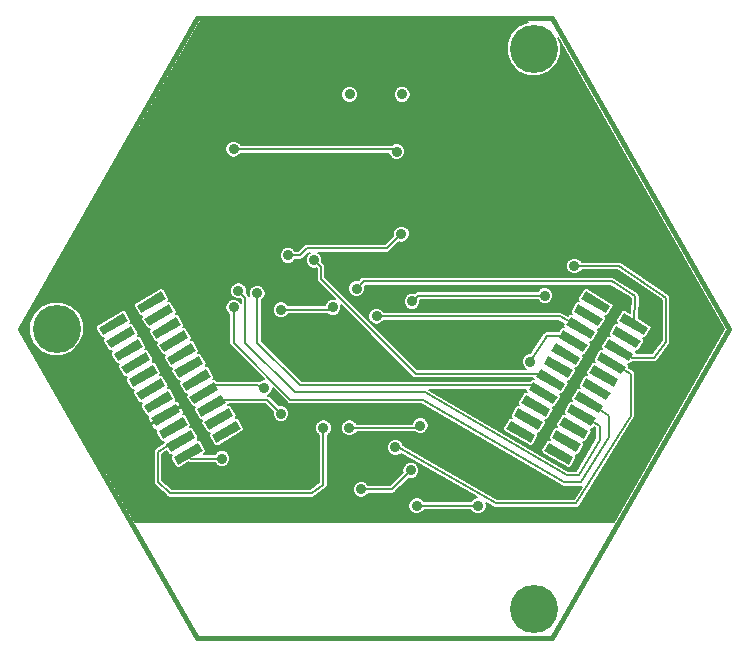
<source format=gbl>
G04 (created by PCBNEW-RS274X (2010-03-14)-final) date Fri 27 Jul 2012 11:32:34 MSK*
G01*
G70*
G90*
%MOIN*%
G04 Gerber Fmt 3.4, Leading zero omitted, Abs format*
%FSLAX34Y34*%
G04 APERTURE LIST*
%ADD10C,0.001000*%
%ADD11C,0.015000*%
%ADD12C,0.160000*%
%ADD13C,0.035400*%
%ADD14C,0.035000*%
%ADD15C,0.008000*%
%ADD16C,0.005000*%
G04 APERTURE END LIST*
G54D10*
G54D11*
X45400Y-39699D02*
X51305Y-29331D01*
X51305Y-50000D02*
X45400Y-39699D01*
X63116Y-50000D02*
X51305Y-50000D01*
X69022Y-39699D02*
X63116Y-50000D01*
X63116Y-29331D02*
X69022Y-39699D01*
X51305Y-29331D02*
X63116Y-29331D01*
G54D12*
X62520Y-30354D03*
X46614Y-39685D03*
X62520Y-49016D03*
G54D10*
G36*
X48026Y-39647D02*
X48843Y-39175D01*
X48992Y-39433D01*
X48175Y-39905D01*
X48026Y-39647D01*
X48026Y-39647D01*
G37*
G36*
X49296Y-38914D02*
X50113Y-38442D01*
X50262Y-38700D01*
X49445Y-39172D01*
X49296Y-38914D01*
X49296Y-38914D01*
G37*
G36*
X48276Y-40080D02*
X49093Y-39608D01*
X49242Y-39866D01*
X48425Y-40338D01*
X48276Y-40080D01*
X48276Y-40080D01*
G37*
G36*
X49546Y-39347D02*
X50363Y-38875D01*
X50512Y-39133D01*
X49695Y-39605D01*
X49546Y-39347D01*
X49546Y-39347D01*
G37*
G36*
X48526Y-40513D02*
X49343Y-40041D01*
X49492Y-40299D01*
X48675Y-40771D01*
X48526Y-40513D01*
X48526Y-40513D01*
G37*
G36*
X49796Y-39780D02*
X50613Y-39308D01*
X50762Y-39566D01*
X49945Y-40038D01*
X49796Y-39780D01*
X49796Y-39780D01*
G37*
G36*
X48776Y-40946D02*
X49593Y-40474D01*
X49742Y-40732D01*
X48925Y-41204D01*
X48776Y-40946D01*
X48776Y-40946D01*
G37*
G36*
X50046Y-40213D02*
X50863Y-39741D01*
X51012Y-39999D01*
X50195Y-40471D01*
X50046Y-40213D01*
X50046Y-40213D01*
G37*
G36*
X49026Y-41379D02*
X49843Y-40907D01*
X49992Y-41165D01*
X49175Y-41637D01*
X49026Y-41379D01*
X49026Y-41379D01*
G37*
G36*
X50296Y-40646D02*
X51113Y-40174D01*
X51262Y-40432D01*
X50445Y-40904D01*
X50296Y-40646D01*
X50296Y-40646D01*
G37*
G36*
X49276Y-41813D02*
X50093Y-41341D01*
X50242Y-41599D01*
X49425Y-42071D01*
X49276Y-41813D01*
X49276Y-41813D01*
G37*
G36*
X50546Y-41079D02*
X51363Y-40607D01*
X51512Y-40865D01*
X50695Y-41337D01*
X50546Y-41079D01*
X50546Y-41079D01*
G37*
G36*
X49526Y-42246D02*
X50343Y-41774D01*
X50492Y-42032D01*
X49675Y-42504D01*
X49526Y-42246D01*
X49526Y-42246D01*
G37*
G36*
X50796Y-41513D02*
X51613Y-41041D01*
X51762Y-41299D01*
X50945Y-41771D01*
X50796Y-41513D01*
X50796Y-41513D01*
G37*
G36*
X49776Y-42679D02*
X50593Y-42207D01*
X50742Y-42465D01*
X49925Y-42937D01*
X49776Y-42679D01*
X49776Y-42679D01*
G37*
G36*
X51046Y-41946D02*
X51863Y-41474D01*
X52012Y-41732D01*
X51195Y-42204D01*
X51046Y-41946D01*
X51046Y-41946D01*
G37*
G36*
X50026Y-43112D02*
X50843Y-42640D01*
X50992Y-42898D01*
X50175Y-43370D01*
X50026Y-43112D01*
X50026Y-43112D01*
G37*
G36*
X51296Y-42379D02*
X52113Y-41907D01*
X52262Y-42165D01*
X51445Y-42637D01*
X51296Y-42379D01*
X51296Y-42379D01*
G37*
G36*
X50276Y-43545D02*
X51093Y-43073D01*
X51242Y-43331D01*
X50425Y-43803D01*
X50276Y-43545D01*
X50276Y-43545D01*
G37*
G36*
X51546Y-42812D02*
X52363Y-42340D01*
X52512Y-42598D01*
X51695Y-43070D01*
X51546Y-42812D01*
X51546Y-42812D01*
G37*
G36*
X50526Y-43978D02*
X51343Y-43506D01*
X51492Y-43764D01*
X50675Y-44236D01*
X50526Y-43978D01*
X50526Y-43978D01*
G37*
G36*
X51796Y-43245D02*
X52613Y-42773D01*
X52762Y-43031D01*
X51945Y-43503D01*
X51796Y-43245D01*
X51796Y-43245D01*
G37*
G36*
X64258Y-38442D02*
X65075Y-38914D01*
X64926Y-39172D01*
X64109Y-38700D01*
X64258Y-38442D01*
X64258Y-38442D01*
G37*
G36*
X65528Y-39175D02*
X66345Y-39647D01*
X66196Y-39905D01*
X65379Y-39433D01*
X65528Y-39175D01*
X65528Y-39175D01*
G37*
G36*
X64008Y-38875D02*
X64825Y-39347D01*
X64676Y-39605D01*
X63859Y-39133D01*
X64008Y-38875D01*
X64008Y-38875D01*
G37*
G36*
X65278Y-39608D02*
X66095Y-40080D01*
X65946Y-40338D01*
X65129Y-39866D01*
X65278Y-39608D01*
X65278Y-39608D01*
G37*
G36*
X63758Y-39308D02*
X64575Y-39780D01*
X64426Y-40038D01*
X63609Y-39566D01*
X63758Y-39308D01*
X63758Y-39308D01*
G37*
G36*
X65028Y-40041D02*
X65845Y-40513D01*
X65696Y-40771D01*
X64879Y-40299D01*
X65028Y-40041D01*
X65028Y-40041D01*
G37*
G36*
X63508Y-39741D02*
X64325Y-40213D01*
X64176Y-40471D01*
X63359Y-39999D01*
X63508Y-39741D01*
X63508Y-39741D01*
G37*
G36*
X64778Y-40474D02*
X65595Y-40946D01*
X65446Y-41204D01*
X64629Y-40732D01*
X64778Y-40474D01*
X64778Y-40474D01*
G37*
G36*
X63258Y-40174D02*
X64075Y-40646D01*
X63926Y-40904D01*
X63109Y-40432D01*
X63258Y-40174D01*
X63258Y-40174D01*
G37*
G36*
X64528Y-40907D02*
X65345Y-41379D01*
X65196Y-41637D01*
X64379Y-41165D01*
X64528Y-40907D01*
X64528Y-40907D01*
G37*
G36*
X63008Y-40607D02*
X63825Y-41079D01*
X63676Y-41337D01*
X62859Y-40865D01*
X63008Y-40607D01*
X63008Y-40607D01*
G37*
G36*
X64278Y-41341D02*
X65095Y-41813D01*
X64946Y-42071D01*
X64129Y-41599D01*
X64278Y-41341D01*
X64278Y-41341D01*
G37*
G36*
X62758Y-41041D02*
X63575Y-41513D01*
X63426Y-41771D01*
X62609Y-41299D01*
X62758Y-41041D01*
X62758Y-41041D01*
G37*
G36*
X64028Y-41774D02*
X64845Y-42246D01*
X64696Y-42504D01*
X63879Y-42032D01*
X64028Y-41774D01*
X64028Y-41774D01*
G37*
G36*
X62508Y-41474D02*
X63325Y-41946D01*
X63176Y-42204D01*
X62359Y-41732D01*
X62508Y-41474D01*
X62508Y-41474D01*
G37*
G36*
X63778Y-42207D02*
X64595Y-42679D01*
X64446Y-42937D01*
X63629Y-42465D01*
X63778Y-42207D01*
X63778Y-42207D01*
G37*
G36*
X62258Y-41907D02*
X63075Y-42379D01*
X62926Y-42637D01*
X62109Y-42165D01*
X62258Y-41907D01*
X62258Y-41907D01*
G37*
G36*
X63528Y-42640D02*
X64345Y-43112D01*
X64196Y-43370D01*
X63379Y-42898D01*
X63528Y-42640D01*
X63528Y-42640D01*
G37*
G36*
X62008Y-42340D02*
X62825Y-42812D01*
X62676Y-43070D01*
X61859Y-42598D01*
X62008Y-42340D01*
X62008Y-42340D01*
G37*
G36*
X63278Y-43073D02*
X64095Y-43545D01*
X63946Y-43803D01*
X63129Y-43331D01*
X63278Y-43073D01*
X63278Y-43073D01*
G37*
G36*
X61758Y-42773D02*
X62575Y-43245D01*
X62426Y-43503D01*
X61609Y-43031D01*
X61758Y-42773D01*
X61758Y-42773D01*
G37*
G36*
X63028Y-43506D02*
X63845Y-43978D01*
X63696Y-44236D01*
X62879Y-43764D01*
X63028Y-43506D01*
X63028Y-43506D01*
G37*
G54D13*
X58139Y-31875D03*
X56386Y-31875D03*
G54D14*
X56142Y-40945D03*
X58740Y-40472D03*
X54646Y-36772D03*
X61102Y-44252D03*
X49449Y-43071D03*
X54094Y-42520D03*
X52126Y-44016D03*
X58622Y-45590D03*
X60669Y-45590D03*
X62401Y-40787D03*
X54094Y-39055D03*
X55827Y-38976D03*
X56614Y-38346D03*
X57910Y-43644D03*
X58110Y-36535D03*
X54331Y-37244D03*
X63878Y-37598D03*
X62894Y-38583D03*
X58464Y-38779D03*
X52520Y-38976D03*
X57283Y-39272D03*
X53307Y-38504D03*
X52677Y-38425D03*
X55197Y-37402D03*
X56378Y-42992D03*
X58740Y-42913D03*
X55512Y-42992D03*
X52520Y-33701D03*
X57953Y-33780D03*
X56772Y-45039D03*
X58425Y-44409D03*
X53543Y-41654D03*
G54D15*
X50259Y-42572D02*
X49843Y-42835D01*
X49843Y-42835D02*
X49449Y-43071D01*
X52004Y-42047D02*
X51779Y-42272D01*
X53621Y-42047D02*
X52004Y-42047D01*
X54094Y-42520D02*
X53621Y-42047D01*
X51102Y-44016D02*
X51009Y-43871D01*
X52047Y-44016D02*
X51102Y-44016D01*
X52126Y-44016D02*
X52047Y-44016D01*
X63842Y-40106D02*
X63689Y-40106D01*
X60669Y-45590D02*
X58622Y-45590D01*
X62953Y-39921D02*
X62401Y-40787D01*
X63504Y-39921D02*
X62953Y-39921D01*
X63689Y-40106D02*
X63504Y-39921D01*
X62205Y-38110D02*
X62381Y-38110D01*
X65862Y-39540D02*
X65906Y-38583D01*
X65118Y-38110D02*
X62381Y-38110D01*
X65906Y-38583D02*
X65118Y-38110D01*
X55748Y-39055D02*
X54094Y-39055D01*
X55827Y-38976D02*
X55748Y-39055D01*
X62381Y-38110D02*
X62205Y-38110D01*
X62205Y-38110D02*
X56850Y-38110D01*
X56850Y-38110D02*
X56614Y-38346D01*
X65112Y-40839D02*
X65197Y-40866D01*
X61260Y-45512D02*
X57992Y-43622D01*
X57992Y-43622D02*
X57910Y-43644D01*
X63937Y-45512D02*
X61260Y-45512D01*
X65748Y-42598D02*
X63937Y-45512D01*
X65748Y-41181D02*
X65748Y-42598D01*
X65197Y-40866D02*
X65748Y-41181D01*
X57637Y-37008D02*
X58110Y-36535D01*
X54960Y-37008D02*
X57637Y-37008D01*
X54724Y-37244D02*
X54960Y-37008D01*
X54331Y-37244D02*
X54724Y-37244D01*
X65802Y-40652D02*
X65362Y-40406D01*
X66535Y-40650D02*
X65802Y-40652D01*
X66929Y-40126D02*
X66535Y-40650D01*
X66929Y-38648D02*
X66929Y-40126D01*
X65354Y-37598D02*
X66929Y-38648D01*
X63878Y-37598D02*
X65354Y-37598D01*
X58660Y-38583D02*
X62894Y-38583D01*
X58464Y-38779D02*
X58660Y-38583D01*
X65039Y-42598D02*
X64362Y-42139D01*
X65039Y-43307D02*
X65039Y-42598D01*
X64096Y-44804D02*
X65039Y-43307D01*
X63543Y-44803D02*
X64096Y-44804D01*
X58819Y-42047D02*
X63543Y-44803D01*
X54409Y-42047D02*
X58819Y-42047D01*
X52520Y-40157D02*
X54409Y-42047D01*
X52520Y-38976D02*
X52520Y-40157D01*
X63386Y-39272D02*
X64092Y-39673D01*
X57283Y-39272D02*
X63386Y-39272D01*
X63886Y-39673D02*
X64092Y-39673D01*
X64092Y-39673D02*
X63886Y-39673D01*
X63885Y-39673D02*
X64092Y-39673D01*
X53307Y-38504D02*
X53307Y-40157D01*
X56378Y-41575D02*
X62578Y-41575D01*
X62842Y-41839D02*
X62578Y-41575D01*
X54725Y-41575D02*
X56378Y-41575D01*
X53307Y-40157D02*
X54725Y-41575D01*
X64724Y-42913D02*
X64112Y-42572D01*
X64724Y-43386D02*
X64724Y-42913D01*
X64016Y-44567D02*
X64724Y-43386D01*
X63622Y-44567D02*
X64016Y-44567D01*
X58898Y-41811D02*
X63622Y-44567D01*
X54567Y-41811D02*
X58898Y-41811D01*
X52913Y-40157D02*
X54567Y-41811D01*
X52913Y-38661D02*
X52913Y-40157D01*
X52677Y-38425D02*
X52913Y-38661D01*
X62867Y-41181D02*
X63092Y-41406D01*
X58582Y-41181D02*
X62867Y-41181D01*
X55433Y-38032D02*
X58582Y-41181D01*
X55433Y-37638D02*
X55433Y-38032D01*
X55197Y-37402D02*
X55433Y-37638D01*
X58661Y-42992D02*
X56378Y-42992D01*
X58740Y-42913D02*
X58661Y-42992D01*
X50759Y-43438D02*
X50578Y-43438D01*
X55512Y-44882D02*
X55512Y-42992D01*
X55118Y-45177D02*
X55512Y-44882D01*
X50394Y-45177D02*
X55118Y-45177D01*
X50000Y-44803D02*
X50394Y-45177D01*
X50000Y-43780D02*
X50000Y-44803D01*
X50578Y-43438D02*
X50000Y-43780D01*
X57874Y-33701D02*
X52520Y-33701D01*
X57953Y-33780D02*
X57874Y-33701D01*
X57795Y-45039D02*
X56772Y-45039D01*
X58425Y-44409D02*
X57795Y-45039D01*
X51793Y-41575D02*
X51529Y-41839D01*
X53307Y-41575D02*
X51793Y-41575D01*
X53543Y-41654D02*
X53307Y-41575D01*
G54D10*
G36*
X65196Y-46117D02*
X68878Y-39686D01*
X63347Y-29990D01*
X63424Y-30175D01*
X63424Y-30535D01*
X63286Y-30867D01*
X63031Y-31121D01*
X62699Y-31258D01*
X62339Y-31258D01*
X62007Y-31120D01*
X61753Y-30865D01*
X61616Y-30533D01*
X61616Y-30173D01*
X61754Y-29841D01*
X62009Y-29587D01*
X62326Y-29456D01*
X51386Y-29456D01*
X45543Y-39699D01*
X46433Y-41252D01*
X46433Y-40589D01*
X46101Y-40451D01*
X45847Y-40196D01*
X45710Y-39864D01*
X45710Y-39504D01*
X45848Y-39172D01*
X46103Y-38918D01*
X46435Y-38781D01*
X46795Y-38781D01*
X47127Y-38919D01*
X47381Y-39174D01*
X47518Y-39506D01*
X47518Y-39866D01*
X47380Y-40198D01*
X47125Y-40452D01*
X46793Y-40589D01*
X46433Y-40589D01*
X46433Y-41252D01*
X49219Y-46117D01*
X49756Y-46117D01*
X49756Y-42833D01*
X49714Y-42822D01*
X49668Y-42742D01*
X49655Y-42720D01*
X49648Y-42670D01*
X49661Y-42623D01*
X49668Y-42613D01*
X49670Y-42610D01*
X49668Y-42611D01*
X49628Y-42600D01*
X49594Y-42575D01*
X49445Y-42317D01*
X49424Y-42280D01*
X49419Y-42239D01*
X49429Y-42199D01*
X49449Y-42173D01*
X49418Y-42178D01*
X49378Y-42167D01*
X49344Y-42142D01*
X49195Y-41884D01*
X49174Y-41847D01*
X49169Y-41806D01*
X49179Y-41766D01*
X49200Y-41739D01*
X49168Y-41744D01*
X49128Y-41733D01*
X49094Y-41708D01*
X48945Y-41450D01*
X48924Y-41413D01*
X48919Y-41372D01*
X48929Y-41332D01*
X48949Y-41306D01*
X48918Y-41311D01*
X48878Y-41300D01*
X48844Y-41275D01*
X48695Y-41017D01*
X48674Y-40980D01*
X48669Y-40939D01*
X48679Y-40899D01*
X48699Y-40873D01*
X48668Y-40878D01*
X48628Y-40867D01*
X48594Y-40842D01*
X48445Y-40584D01*
X48424Y-40547D01*
X48419Y-40506D01*
X48429Y-40466D01*
X48449Y-40440D01*
X48418Y-40445D01*
X48378Y-40434D01*
X48344Y-40409D01*
X48195Y-40151D01*
X48174Y-40114D01*
X48169Y-40073D01*
X48179Y-40033D01*
X48199Y-40007D01*
X48168Y-40012D01*
X48128Y-40001D01*
X48094Y-39976D01*
X47945Y-39718D01*
X47924Y-39681D01*
X47919Y-39640D01*
X47929Y-39600D01*
X47955Y-39567D01*
X48773Y-39095D01*
X48809Y-39074D01*
X48850Y-39068D01*
X48890Y-39079D01*
X48924Y-39104D01*
X49073Y-39362D01*
X49094Y-39399D01*
X49099Y-39440D01*
X49089Y-39480D01*
X49068Y-39505D01*
X49100Y-39501D01*
X49140Y-39512D01*
X49174Y-39537D01*
X49323Y-39795D01*
X49344Y-39832D01*
X49349Y-39873D01*
X49339Y-39913D01*
X49318Y-39938D01*
X49350Y-39934D01*
X49390Y-39945D01*
X49424Y-39970D01*
X49573Y-40228D01*
X49594Y-40265D01*
X49599Y-40306D01*
X49589Y-40346D01*
X49568Y-40371D01*
X49600Y-40367D01*
X49640Y-40378D01*
X49674Y-40403D01*
X49823Y-40661D01*
X49844Y-40698D01*
X49849Y-40739D01*
X49839Y-40779D01*
X49818Y-40804D01*
X49850Y-40800D01*
X49890Y-40811D01*
X49924Y-40836D01*
X50073Y-41094D01*
X50094Y-41131D01*
X50099Y-41172D01*
X50089Y-41212D01*
X50067Y-41238D01*
X50100Y-41234D01*
X50140Y-41245D01*
X50174Y-41270D01*
X50323Y-41528D01*
X50344Y-41565D01*
X50349Y-41606D01*
X50339Y-41646D01*
X50318Y-41671D01*
X50350Y-41667D01*
X50390Y-41678D01*
X50424Y-41703D01*
X50573Y-41961D01*
X50594Y-41998D01*
X50599Y-42039D01*
X50589Y-42079D01*
X50586Y-42081D01*
X50602Y-42080D01*
X50650Y-42092D01*
X50689Y-42123D01*
X50748Y-42225D01*
X50737Y-42267D01*
X50267Y-42537D01*
X50225Y-42563D01*
X49756Y-42833D01*
X49756Y-46117D01*
X50398Y-46117D01*
X50398Y-45322D01*
X50394Y-45322D01*
X50360Y-45315D01*
X50342Y-45312D01*
X50341Y-45311D01*
X50339Y-45311D01*
X50297Y-45283D01*
X50294Y-45282D01*
X50293Y-45281D01*
X50291Y-45280D01*
X50289Y-45277D01*
X49900Y-44908D01*
X49899Y-44907D01*
X49897Y-44906D01*
X49876Y-44873D01*
X49868Y-44862D01*
X49866Y-44858D01*
X49862Y-44840D01*
X49854Y-44807D01*
X49855Y-44801D01*
X49855Y-43780D01*
X49858Y-43763D01*
X49859Y-43744D01*
X49864Y-43732D01*
X49866Y-43725D01*
X49875Y-43710D01*
X49884Y-43693D01*
X49890Y-43687D01*
X49897Y-43677D01*
X49913Y-43666D01*
X49926Y-43655D01*
X50176Y-43507D01*
X50179Y-43498D01*
X50199Y-43472D01*
X50168Y-43477D01*
X50128Y-43466D01*
X50094Y-43441D01*
X49945Y-43183D01*
X49924Y-43146D01*
X49919Y-43105D01*
X49929Y-43065D01*
X49931Y-43062D01*
X49916Y-43064D01*
X49868Y-43052D01*
X49829Y-43021D01*
X49770Y-42919D01*
X49781Y-42877D01*
X50250Y-42606D01*
X50293Y-42581D01*
X50762Y-42311D01*
X50804Y-42322D01*
X50863Y-42424D01*
X50870Y-42474D01*
X50857Y-42521D01*
X50847Y-42533D01*
X50850Y-42533D01*
X50890Y-42544D01*
X50924Y-42569D01*
X51073Y-42827D01*
X51094Y-42864D01*
X51099Y-42905D01*
X51089Y-42945D01*
X51068Y-42970D01*
X51100Y-42966D01*
X51140Y-42977D01*
X51174Y-43002D01*
X51323Y-43260D01*
X51344Y-43297D01*
X51349Y-43338D01*
X51339Y-43378D01*
X51318Y-43403D01*
X51350Y-43399D01*
X51390Y-43410D01*
X51424Y-43435D01*
X51573Y-43693D01*
X51594Y-43730D01*
X51599Y-43771D01*
X51589Y-43811D01*
X51563Y-43844D01*
X51516Y-43871D01*
X51883Y-43871D01*
X51889Y-43857D01*
X51968Y-43778D01*
X52071Y-43736D01*
X52182Y-43736D01*
X52285Y-43779D01*
X52364Y-43858D01*
X52406Y-43961D01*
X52406Y-44072D01*
X52363Y-44175D01*
X52284Y-44254D01*
X52181Y-44296D01*
X52070Y-44296D01*
X51967Y-44253D01*
X51888Y-44174D01*
X51882Y-44161D01*
X51102Y-44161D01*
X51086Y-44158D01*
X51071Y-44158D01*
X51058Y-44152D01*
X51047Y-44150D01*
X51040Y-44145D01*
X50745Y-44316D01*
X50709Y-44337D01*
X50668Y-44343D01*
X50628Y-44332D01*
X50594Y-44307D01*
X50445Y-44049D01*
X50424Y-44012D01*
X50419Y-43971D01*
X50429Y-43931D01*
X50449Y-43905D01*
X50418Y-43910D01*
X50378Y-43899D01*
X50344Y-43874D01*
X50288Y-43777D01*
X50145Y-43862D01*
X50145Y-44740D01*
X50451Y-45032D01*
X55069Y-45031D01*
X55367Y-44809D01*
X55367Y-43234D01*
X55353Y-43229D01*
X55274Y-43150D01*
X55232Y-43047D01*
X55232Y-42936D01*
X55275Y-42833D01*
X55354Y-42754D01*
X55457Y-42712D01*
X55568Y-42712D01*
X55671Y-42755D01*
X55750Y-42834D01*
X55792Y-42937D01*
X55792Y-43048D01*
X55749Y-43151D01*
X55670Y-43230D01*
X55657Y-43235D01*
X55657Y-44882D01*
X55655Y-44891D01*
X55656Y-44903D01*
X55649Y-44921D01*
X55646Y-44937D01*
X55639Y-44946D01*
X55636Y-44957D01*
X55625Y-44968D01*
X55615Y-44985D01*
X55604Y-44991D01*
X55599Y-44998D01*
X55205Y-45293D01*
X55189Y-45300D01*
X55173Y-45311D01*
X55162Y-45313D01*
X55154Y-45317D01*
X55137Y-45318D01*
X55118Y-45322D01*
X50398Y-45322D01*
X50398Y-46117D01*
X56322Y-46117D01*
X56322Y-43272D01*
X56219Y-43229D01*
X56140Y-43150D01*
X56098Y-43047D01*
X56098Y-42936D01*
X56141Y-42833D01*
X56220Y-42754D01*
X56323Y-42712D01*
X56434Y-42712D01*
X56537Y-42755D01*
X56616Y-42834D01*
X56621Y-42847D01*
X58464Y-42847D01*
X58503Y-42754D01*
X58582Y-42675D01*
X58685Y-42633D01*
X58796Y-42633D01*
X58899Y-42676D01*
X58978Y-42755D01*
X59020Y-42858D01*
X59020Y-42969D01*
X58977Y-43072D01*
X58898Y-43151D01*
X58795Y-43193D01*
X58684Y-43193D01*
X58581Y-43150D01*
X58568Y-43137D01*
X56620Y-43137D01*
X56615Y-43151D01*
X56536Y-43230D01*
X56433Y-43272D01*
X56322Y-43272D01*
X56322Y-46117D01*
X56716Y-46117D01*
X56716Y-45319D01*
X56613Y-45276D01*
X56534Y-45197D01*
X56492Y-45094D01*
X56492Y-44983D01*
X56535Y-44880D01*
X56614Y-44801D01*
X56717Y-44759D01*
X56828Y-44759D01*
X56931Y-44802D01*
X57010Y-44881D01*
X57015Y-44894D01*
X57734Y-44894D01*
X58150Y-44478D01*
X58145Y-44464D01*
X58145Y-44353D01*
X58188Y-44250D01*
X58267Y-44171D01*
X58370Y-44129D01*
X58481Y-44129D01*
X58584Y-44172D01*
X58663Y-44251D01*
X58705Y-44354D01*
X58705Y-44465D01*
X58662Y-44568D01*
X58583Y-44647D01*
X58480Y-44689D01*
X58369Y-44689D01*
X58355Y-44683D01*
X57898Y-45142D01*
X57851Y-45173D01*
X57795Y-45185D01*
X57790Y-45184D01*
X57014Y-45184D01*
X57009Y-45198D01*
X56930Y-45277D01*
X56827Y-45319D01*
X56716Y-45319D01*
X56716Y-46117D01*
X60613Y-46117D01*
X60613Y-45870D01*
X60510Y-45827D01*
X60431Y-45748D01*
X60425Y-45735D01*
X58864Y-45735D01*
X58859Y-45749D01*
X58780Y-45828D01*
X58677Y-45870D01*
X58566Y-45870D01*
X58463Y-45827D01*
X58384Y-45748D01*
X58342Y-45645D01*
X58342Y-45534D01*
X58385Y-45431D01*
X58464Y-45352D01*
X58567Y-45310D01*
X58678Y-45310D01*
X58781Y-45353D01*
X58860Y-45432D01*
X58865Y-45445D01*
X60426Y-45445D01*
X60432Y-45431D01*
X60511Y-45352D01*
X60614Y-45310D01*
X60625Y-45310D01*
X58098Y-43851D01*
X58068Y-43882D01*
X57965Y-43924D01*
X57854Y-43924D01*
X57751Y-43881D01*
X57672Y-43802D01*
X57630Y-43699D01*
X57630Y-43588D01*
X57673Y-43485D01*
X57752Y-43406D01*
X57855Y-43364D01*
X57966Y-43364D01*
X58069Y-43407D01*
X58148Y-43486D01*
X58178Y-43561D01*
X61304Y-45367D01*
X63856Y-45367D01*
X64118Y-44946D01*
X64109Y-44946D01*
X64096Y-44949D01*
X63558Y-44948D01*
X63521Y-44950D01*
X63468Y-44931D01*
X58780Y-42192D01*
X54409Y-42192D01*
X54354Y-42181D01*
X54306Y-42150D01*
X54302Y-42144D01*
X53823Y-41665D01*
X53823Y-41710D01*
X53780Y-41813D01*
X53701Y-41892D01*
X53658Y-41909D01*
X53677Y-41913D01*
X53724Y-41944D01*
X54025Y-42245D01*
X54039Y-42240D01*
X54150Y-42240D01*
X54253Y-42283D01*
X54332Y-42362D01*
X54374Y-42465D01*
X54374Y-42576D01*
X54331Y-42679D01*
X54252Y-42758D01*
X54149Y-42800D01*
X54038Y-42800D01*
X53935Y-42757D01*
X53856Y-42678D01*
X53814Y-42575D01*
X53814Y-42464D01*
X53819Y-42450D01*
X53560Y-42191D01*
X52363Y-42192D01*
X52359Y-42212D01*
X52338Y-42237D01*
X52370Y-42233D01*
X52410Y-42244D01*
X52444Y-42269D01*
X52593Y-42527D01*
X52614Y-42564D01*
X52619Y-42605D01*
X52609Y-42645D01*
X52588Y-42670D01*
X52620Y-42666D01*
X52660Y-42677D01*
X52694Y-42702D01*
X52843Y-42960D01*
X52864Y-42997D01*
X52869Y-43038D01*
X52859Y-43078D01*
X52833Y-43111D01*
X52015Y-43583D01*
X51979Y-43604D01*
X51938Y-43610D01*
X51898Y-43599D01*
X51864Y-43574D01*
X51715Y-43316D01*
X51694Y-43279D01*
X51689Y-43238D01*
X51699Y-43198D01*
X51719Y-43172D01*
X51688Y-43177D01*
X51648Y-43166D01*
X51614Y-43141D01*
X51465Y-42883D01*
X51444Y-42846D01*
X51439Y-42805D01*
X51449Y-42765D01*
X51469Y-42739D01*
X51438Y-42744D01*
X51398Y-42733D01*
X51364Y-42708D01*
X51215Y-42450D01*
X51194Y-42413D01*
X51189Y-42372D01*
X51199Y-42332D01*
X51219Y-42306D01*
X51188Y-42311D01*
X51148Y-42300D01*
X51114Y-42275D01*
X50965Y-42017D01*
X50944Y-41980D01*
X50939Y-41939D01*
X50949Y-41899D01*
X50969Y-41873D01*
X50938Y-41878D01*
X50898Y-41867D01*
X50864Y-41842D01*
X50715Y-41584D01*
X50694Y-41547D01*
X50689Y-41506D01*
X50699Y-41466D01*
X50720Y-41439D01*
X50688Y-41444D01*
X50648Y-41433D01*
X50614Y-41408D01*
X50465Y-41150D01*
X50444Y-41113D01*
X50439Y-41072D01*
X50449Y-41032D01*
X50469Y-41006D01*
X50438Y-41011D01*
X50398Y-41000D01*
X50364Y-40975D01*
X50215Y-40717D01*
X50194Y-40680D01*
X50189Y-40639D01*
X50199Y-40599D01*
X50219Y-40573D01*
X50188Y-40578D01*
X50148Y-40567D01*
X50114Y-40542D01*
X49965Y-40284D01*
X49944Y-40247D01*
X49939Y-40206D01*
X49949Y-40166D01*
X49969Y-40140D01*
X49938Y-40145D01*
X49898Y-40134D01*
X49864Y-40109D01*
X49715Y-39851D01*
X49694Y-39814D01*
X49689Y-39773D01*
X49699Y-39733D01*
X49719Y-39707D01*
X49688Y-39712D01*
X49648Y-39701D01*
X49614Y-39676D01*
X49465Y-39418D01*
X49444Y-39381D01*
X49439Y-39340D01*
X49449Y-39300D01*
X49469Y-39274D01*
X49438Y-39279D01*
X49398Y-39268D01*
X49364Y-39243D01*
X49215Y-38985D01*
X49194Y-38948D01*
X49189Y-38907D01*
X49199Y-38867D01*
X49225Y-38834D01*
X50043Y-38362D01*
X50079Y-38341D01*
X50120Y-38335D01*
X50160Y-38346D01*
X50194Y-38371D01*
X50343Y-38629D01*
X50364Y-38666D01*
X50369Y-38707D01*
X50359Y-38747D01*
X50338Y-38772D01*
X50370Y-38768D01*
X50410Y-38779D01*
X50444Y-38804D01*
X50593Y-39062D01*
X50614Y-39099D01*
X50619Y-39140D01*
X50609Y-39180D01*
X50588Y-39205D01*
X50620Y-39201D01*
X50660Y-39212D01*
X50694Y-39237D01*
X50843Y-39495D01*
X50864Y-39532D01*
X50869Y-39573D01*
X50859Y-39613D01*
X50838Y-39638D01*
X50870Y-39634D01*
X50910Y-39645D01*
X50944Y-39670D01*
X51093Y-39928D01*
X51114Y-39965D01*
X51119Y-40006D01*
X51109Y-40046D01*
X51088Y-40071D01*
X51120Y-40067D01*
X51160Y-40078D01*
X51194Y-40103D01*
X51343Y-40361D01*
X51364Y-40398D01*
X51369Y-40439D01*
X51359Y-40479D01*
X51338Y-40504D01*
X51370Y-40500D01*
X51410Y-40511D01*
X51444Y-40536D01*
X51593Y-40794D01*
X51614Y-40831D01*
X51619Y-40872D01*
X51609Y-40912D01*
X51587Y-40938D01*
X51620Y-40934D01*
X51660Y-40945D01*
X51694Y-40970D01*
X51843Y-41228D01*
X51864Y-41265D01*
X51869Y-41306D01*
X51859Y-41346D01*
X51838Y-41371D01*
X51870Y-41367D01*
X51910Y-41378D01*
X51944Y-41403D01*
X51959Y-41430D01*
X53307Y-41430D01*
X53323Y-41433D01*
X53353Y-41437D01*
X53361Y-41439D01*
X53385Y-41416D01*
X53488Y-41374D01*
X53531Y-41374D01*
X52417Y-40260D01*
X52386Y-40213D01*
X52374Y-40157D01*
X52375Y-40152D01*
X52375Y-39218D01*
X52361Y-39213D01*
X52282Y-39134D01*
X52240Y-39031D01*
X52240Y-38920D01*
X52283Y-38817D01*
X52362Y-38738D01*
X52465Y-38696D01*
X52576Y-38696D01*
X52679Y-38739D01*
X52758Y-38818D01*
X52768Y-38842D01*
X52768Y-38721D01*
X52746Y-38699D01*
X52732Y-38705D01*
X52621Y-38705D01*
X52518Y-38662D01*
X52439Y-38583D01*
X52397Y-38480D01*
X52397Y-38369D01*
X52440Y-38266D01*
X52519Y-38187D01*
X52622Y-38145D01*
X52733Y-38145D01*
X52836Y-38188D01*
X52915Y-38267D01*
X52957Y-38370D01*
X52957Y-38481D01*
X52951Y-38494D01*
X53013Y-38556D01*
X53016Y-38558D01*
X53042Y-38600D01*
X53027Y-38559D01*
X53027Y-38448D01*
X53070Y-38345D01*
X53149Y-38266D01*
X53252Y-38224D01*
X53363Y-38224D01*
X53466Y-38267D01*
X53545Y-38346D01*
X53587Y-38449D01*
X53587Y-38560D01*
X53544Y-38663D01*
X53465Y-38742D01*
X53452Y-38747D01*
X53452Y-40096D01*
X54785Y-41430D01*
X56378Y-41430D01*
X62411Y-41429D01*
X62427Y-41403D01*
X62460Y-41378D01*
X62500Y-41367D01*
X62532Y-41371D01*
X62513Y-41347D01*
X62507Y-41326D01*
X58582Y-41326D01*
X58527Y-41315D01*
X58479Y-41284D01*
X58477Y-41281D01*
X56100Y-38905D01*
X56107Y-38921D01*
X56107Y-39032D01*
X56064Y-39135D01*
X55985Y-39214D01*
X55882Y-39256D01*
X55771Y-39256D01*
X55668Y-39213D01*
X55655Y-39200D01*
X54336Y-39200D01*
X54331Y-39214D01*
X54252Y-39293D01*
X54149Y-39335D01*
X54038Y-39335D01*
X53935Y-39292D01*
X53856Y-39213D01*
X53814Y-39110D01*
X53814Y-38999D01*
X53857Y-38896D01*
X53936Y-38817D01*
X54039Y-38775D01*
X54150Y-38775D01*
X54253Y-38818D01*
X54332Y-38897D01*
X54337Y-38910D01*
X55551Y-38909D01*
X55590Y-38817D01*
X55669Y-38738D01*
X55772Y-38696D01*
X55883Y-38696D01*
X55897Y-38701D01*
X55330Y-38135D01*
X55299Y-38088D01*
X55287Y-38032D01*
X55288Y-38027D01*
X55288Y-37698D01*
X55266Y-37676D01*
X55252Y-37682D01*
X55141Y-37682D01*
X55038Y-37639D01*
X54959Y-37560D01*
X54917Y-37457D01*
X54917Y-37346D01*
X54960Y-37243D01*
X55039Y-37164D01*
X55065Y-37153D01*
X55020Y-37153D01*
X54827Y-37347D01*
X54780Y-37378D01*
X54724Y-37390D01*
X54719Y-37389D01*
X54573Y-37389D01*
X54568Y-37403D01*
X54489Y-37482D01*
X54386Y-37524D01*
X54275Y-37524D01*
X54172Y-37481D01*
X54093Y-37402D01*
X54051Y-37299D01*
X54051Y-37188D01*
X54094Y-37085D01*
X54173Y-37006D01*
X54276Y-36964D01*
X54387Y-36964D01*
X54490Y-37007D01*
X54569Y-37086D01*
X54574Y-37099D01*
X54663Y-37099D01*
X54857Y-36905D01*
X54905Y-36874D01*
X54948Y-36865D01*
X54959Y-36863D01*
X57576Y-36863D01*
X57835Y-36603D01*
X57830Y-36590D01*
X57830Y-36479D01*
X57873Y-36376D01*
X57897Y-36351D01*
X57897Y-34060D01*
X57794Y-34017D01*
X57715Y-33938D01*
X57677Y-33846D01*
X52762Y-33846D01*
X52757Y-33860D01*
X52678Y-33939D01*
X52575Y-33981D01*
X52464Y-33981D01*
X52361Y-33938D01*
X52282Y-33859D01*
X52240Y-33756D01*
X52240Y-33645D01*
X52283Y-33542D01*
X52362Y-33463D01*
X52465Y-33421D01*
X52576Y-33421D01*
X52679Y-33464D01*
X52758Y-33543D01*
X52763Y-33556D01*
X56330Y-33556D01*
X56330Y-32157D01*
X56226Y-32114D01*
X56147Y-32035D01*
X56104Y-31931D01*
X56104Y-31819D01*
X56147Y-31715D01*
X56226Y-31636D01*
X56330Y-31593D01*
X56442Y-31593D01*
X56546Y-31636D01*
X56625Y-31715D01*
X56668Y-31819D01*
X56668Y-31931D01*
X56625Y-32035D01*
X56546Y-32114D01*
X56442Y-32157D01*
X56330Y-32157D01*
X56330Y-33556D01*
X57781Y-33556D01*
X57795Y-33542D01*
X57898Y-33500D01*
X58009Y-33500D01*
X58083Y-33530D01*
X58083Y-32157D01*
X57979Y-32114D01*
X57900Y-32035D01*
X57857Y-31931D01*
X57857Y-31819D01*
X57900Y-31715D01*
X57979Y-31636D01*
X58083Y-31593D01*
X58195Y-31593D01*
X58299Y-31636D01*
X58378Y-31715D01*
X58421Y-31819D01*
X58421Y-31931D01*
X58378Y-32035D01*
X58299Y-32114D01*
X58195Y-32157D01*
X58083Y-32157D01*
X58083Y-33530D01*
X58112Y-33543D01*
X58191Y-33622D01*
X58233Y-33725D01*
X58233Y-33836D01*
X58190Y-33939D01*
X58111Y-34018D01*
X58008Y-34060D01*
X57897Y-34060D01*
X57897Y-36351D01*
X57952Y-36297D01*
X58055Y-36255D01*
X58166Y-36255D01*
X58269Y-36298D01*
X58348Y-36377D01*
X58390Y-36480D01*
X58390Y-36591D01*
X58347Y-36694D01*
X58268Y-36773D01*
X58165Y-36815D01*
X58054Y-36815D01*
X58040Y-36809D01*
X57740Y-37111D01*
X57693Y-37142D01*
X57637Y-37154D01*
X57632Y-37153D01*
X55327Y-37153D01*
X55356Y-37165D01*
X55435Y-37244D01*
X55477Y-37347D01*
X55477Y-37458D01*
X55471Y-37471D01*
X55533Y-37533D01*
X55536Y-37535D01*
X55567Y-37583D01*
X55575Y-37626D01*
X55578Y-37637D01*
X55577Y-37637D01*
X55578Y-37638D01*
X55578Y-37971D01*
X58642Y-41036D01*
X62270Y-41036D01*
X62242Y-41024D01*
X62163Y-40945D01*
X62121Y-40842D01*
X62121Y-40731D01*
X62164Y-40628D01*
X62243Y-40549D01*
X62346Y-40507D01*
X62407Y-40507D01*
X62830Y-39844D01*
X62839Y-39833D01*
X62850Y-39818D01*
X62862Y-39810D01*
X62869Y-39803D01*
X62883Y-39796D01*
X62898Y-39787D01*
X62907Y-39785D01*
X62921Y-39779D01*
X62938Y-39779D01*
X62953Y-39776D01*
X63366Y-39776D01*
X63406Y-39707D01*
X63427Y-39670D01*
X63460Y-39645D01*
X63500Y-39634D01*
X63532Y-39638D01*
X63513Y-39614D01*
X63502Y-39573D01*
X63507Y-39532D01*
X63517Y-39513D01*
X63347Y-39417D01*
X57525Y-39417D01*
X57520Y-39431D01*
X57441Y-39510D01*
X57338Y-39552D01*
X57227Y-39552D01*
X57124Y-39509D01*
X57045Y-39430D01*
X57003Y-39327D01*
X57003Y-39216D01*
X57046Y-39113D01*
X57125Y-39034D01*
X57228Y-38992D01*
X57339Y-38992D01*
X57442Y-39035D01*
X57521Y-39114D01*
X57526Y-39127D01*
X58408Y-39127D01*
X58408Y-39059D01*
X58305Y-39016D01*
X58226Y-38937D01*
X58184Y-38834D01*
X58184Y-38723D01*
X58227Y-38620D01*
X58306Y-38541D01*
X58409Y-38499D01*
X58520Y-38499D01*
X58533Y-38504D01*
X58557Y-38480D01*
X58585Y-38461D01*
X58604Y-38449D01*
X58660Y-38437D01*
X58664Y-38438D01*
X62651Y-38438D01*
X62657Y-38424D01*
X62736Y-38345D01*
X62839Y-38303D01*
X62950Y-38303D01*
X63053Y-38346D01*
X63132Y-38425D01*
X63174Y-38528D01*
X63174Y-38639D01*
X63131Y-38742D01*
X63052Y-38821D01*
X62949Y-38863D01*
X62838Y-38863D01*
X62735Y-38820D01*
X62656Y-38741D01*
X62650Y-38728D01*
X58744Y-38728D01*
X58744Y-38835D01*
X58701Y-38938D01*
X58622Y-39017D01*
X58519Y-39059D01*
X58408Y-39059D01*
X58408Y-39127D01*
X63386Y-39127D01*
X63394Y-39128D01*
X63404Y-39128D01*
X63423Y-39134D01*
X63441Y-39138D01*
X63448Y-39142D01*
X63458Y-39146D01*
X63662Y-39262D01*
X63677Y-39237D01*
X63710Y-39212D01*
X63750Y-39201D01*
X63782Y-39205D01*
X63763Y-39181D01*
X63752Y-39140D01*
X63757Y-39099D01*
X63906Y-38841D01*
X63927Y-38804D01*
X63960Y-38779D01*
X64000Y-38768D01*
X64032Y-38772D01*
X64013Y-38748D01*
X64002Y-38707D01*
X64007Y-38666D01*
X64156Y-38408D01*
X64177Y-38371D01*
X64210Y-38346D01*
X64250Y-38335D01*
X64292Y-38341D01*
X65110Y-38813D01*
X65146Y-38834D01*
X65171Y-38866D01*
X65182Y-38907D01*
X65177Y-38948D01*
X65028Y-39206D01*
X65007Y-39243D01*
X64974Y-39268D01*
X64934Y-39279D01*
X64901Y-39274D01*
X64921Y-39299D01*
X64932Y-39340D01*
X64927Y-39381D01*
X64778Y-39639D01*
X64757Y-39676D01*
X64724Y-39701D01*
X64684Y-39712D01*
X64651Y-39707D01*
X64671Y-39732D01*
X64682Y-39773D01*
X64677Y-39814D01*
X64528Y-40072D01*
X64507Y-40109D01*
X64474Y-40134D01*
X64434Y-40145D01*
X64401Y-40140D01*
X64421Y-40165D01*
X64432Y-40206D01*
X64427Y-40247D01*
X64278Y-40505D01*
X64257Y-40542D01*
X64224Y-40567D01*
X64184Y-40578D01*
X64151Y-40573D01*
X64171Y-40598D01*
X64182Y-40639D01*
X64177Y-40680D01*
X64028Y-40938D01*
X64007Y-40975D01*
X63974Y-41000D01*
X63934Y-41011D01*
X63901Y-41006D01*
X63921Y-41031D01*
X63932Y-41072D01*
X63927Y-41113D01*
X63778Y-41371D01*
X63757Y-41408D01*
X63724Y-41433D01*
X63684Y-41444D01*
X63650Y-41439D01*
X63671Y-41465D01*
X63682Y-41506D01*
X63677Y-41547D01*
X63528Y-41805D01*
X63507Y-41842D01*
X63474Y-41867D01*
X63434Y-41878D01*
X63401Y-41873D01*
X63421Y-41898D01*
X63432Y-41939D01*
X63427Y-41980D01*
X63278Y-42238D01*
X63257Y-42275D01*
X63224Y-42300D01*
X63184Y-42311D01*
X63151Y-42306D01*
X63171Y-42331D01*
X63182Y-42372D01*
X63177Y-42413D01*
X63028Y-42671D01*
X63007Y-42708D01*
X62974Y-42733D01*
X62934Y-42744D01*
X62901Y-42739D01*
X62921Y-42764D01*
X62932Y-42805D01*
X62927Y-42846D01*
X62778Y-43104D01*
X62757Y-43141D01*
X62724Y-43166D01*
X62684Y-43177D01*
X62651Y-43172D01*
X62671Y-43197D01*
X62682Y-43238D01*
X62677Y-43279D01*
X62528Y-43537D01*
X62507Y-43574D01*
X62474Y-43599D01*
X62434Y-43610D01*
X62392Y-43604D01*
X61574Y-43132D01*
X61538Y-43111D01*
X61513Y-43079D01*
X61502Y-43038D01*
X61507Y-42997D01*
X61656Y-42739D01*
X61677Y-42702D01*
X61710Y-42677D01*
X61750Y-42666D01*
X61782Y-42670D01*
X61763Y-42646D01*
X61752Y-42605D01*
X61757Y-42564D01*
X61906Y-42306D01*
X61927Y-42269D01*
X61960Y-42244D01*
X62000Y-42233D01*
X62032Y-42237D01*
X62013Y-42213D01*
X62002Y-42172D01*
X62007Y-42131D01*
X62156Y-41873D01*
X62177Y-41836D01*
X62210Y-41811D01*
X62250Y-41800D01*
X62282Y-41804D01*
X62263Y-41780D01*
X62252Y-41739D01*
X62254Y-41720D01*
X59029Y-41720D01*
X63653Y-44422D01*
X63934Y-44422D01*
X64579Y-43343D01*
X64579Y-42997D01*
X64543Y-42978D01*
X64527Y-43008D01*
X64494Y-43033D01*
X64454Y-43044D01*
X64421Y-43039D01*
X64441Y-43064D01*
X64452Y-43105D01*
X64447Y-43146D01*
X64298Y-43404D01*
X64277Y-43441D01*
X64244Y-43466D01*
X64204Y-43477D01*
X64171Y-43472D01*
X64191Y-43497D01*
X64202Y-43538D01*
X64197Y-43579D01*
X64048Y-43837D01*
X64027Y-43874D01*
X63994Y-43899D01*
X63954Y-43910D01*
X63921Y-43905D01*
X63941Y-43930D01*
X63952Y-43971D01*
X63947Y-44012D01*
X63798Y-44270D01*
X63777Y-44307D01*
X63744Y-44332D01*
X63704Y-44343D01*
X63662Y-44337D01*
X62844Y-43865D01*
X62808Y-43844D01*
X62783Y-43812D01*
X62772Y-43771D01*
X62777Y-43730D01*
X62926Y-43472D01*
X62947Y-43435D01*
X62980Y-43410D01*
X63020Y-43399D01*
X63052Y-43403D01*
X63033Y-43379D01*
X63022Y-43338D01*
X63027Y-43297D01*
X63176Y-43039D01*
X63197Y-43002D01*
X63230Y-42977D01*
X63270Y-42966D01*
X63302Y-42970D01*
X63283Y-42946D01*
X63272Y-42905D01*
X63277Y-42864D01*
X63426Y-42606D01*
X63447Y-42569D01*
X63480Y-42544D01*
X63520Y-42533D01*
X63552Y-42537D01*
X63533Y-42513D01*
X63522Y-42472D01*
X63527Y-42431D01*
X63676Y-42173D01*
X63697Y-42136D01*
X63730Y-42111D01*
X63770Y-42100D01*
X63802Y-42104D01*
X63783Y-42080D01*
X63772Y-42039D01*
X63777Y-41998D01*
X63926Y-41740D01*
X63947Y-41703D01*
X63980Y-41678D01*
X64020Y-41667D01*
X64052Y-41671D01*
X64033Y-41647D01*
X64022Y-41606D01*
X64027Y-41565D01*
X64176Y-41307D01*
X64197Y-41270D01*
X64230Y-41245D01*
X64270Y-41234D01*
X64303Y-41238D01*
X64283Y-41213D01*
X64272Y-41172D01*
X64277Y-41131D01*
X64426Y-40873D01*
X64447Y-40836D01*
X64480Y-40811D01*
X64520Y-40800D01*
X64552Y-40804D01*
X64533Y-40780D01*
X64522Y-40739D01*
X64527Y-40698D01*
X64676Y-40440D01*
X64697Y-40403D01*
X64730Y-40378D01*
X64770Y-40367D01*
X64802Y-40371D01*
X64783Y-40347D01*
X64772Y-40306D01*
X64777Y-40265D01*
X64926Y-40007D01*
X64947Y-39970D01*
X64980Y-39945D01*
X65020Y-39934D01*
X65052Y-39938D01*
X65033Y-39914D01*
X65022Y-39873D01*
X65027Y-39832D01*
X65176Y-39574D01*
X65197Y-39537D01*
X65230Y-39512D01*
X65270Y-39501D01*
X65302Y-39505D01*
X65283Y-39481D01*
X65272Y-39440D01*
X65277Y-39399D01*
X65426Y-39141D01*
X65447Y-39104D01*
X65480Y-39079D01*
X65520Y-39068D01*
X65562Y-39074D01*
X65733Y-39172D01*
X65756Y-38663D01*
X65077Y-38255D01*
X56910Y-38255D01*
X56888Y-38276D01*
X56894Y-38291D01*
X56894Y-38402D01*
X56851Y-38505D01*
X56772Y-38584D01*
X56669Y-38626D01*
X56558Y-38626D01*
X56455Y-38583D01*
X56376Y-38504D01*
X56334Y-38401D01*
X56334Y-38290D01*
X56377Y-38187D01*
X56456Y-38108D01*
X56559Y-38066D01*
X56670Y-38066D01*
X56683Y-38071D01*
X56747Y-38007D01*
X56795Y-37976D01*
X56837Y-37967D01*
X56849Y-37965D01*
X65118Y-37965D01*
X65129Y-37967D01*
X65140Y-37967D01*
X65155Y-37972D01*
X65173Y-37976D01*
X65182Y-37982D01*
X65193Y-37986D01*
X65980Y-38459D01*
X65993Y-38471D01*
X66013Y-38485D01*
X66017Y-38493D01*
X66022Y-38497D01*
X66031Y-38515D01*
X66042Y-38534D01*
X66042Y-38539D01*
X66047Y-38548D01*
X66047Y-38575D01*
X66050Y-38590D01*
X66016Y-39336D01*
X66380Y-39546D01*
X66416Y-39567D01*
X66441Y-39599D01*
X66452Y-39640D01*
X66447Y-39681D01*
X66298Y-39939D01*
X66277Y-39976D01*
X66244Y-40001D01*
X66204Y-40012D01*
X66171Y-40007D01*
X66191Y-40032D01*
X66202Y-40073D01*
X66197Y-40114D01*
X66048Y-40372D01*
X66027Y-40409D01*
X65994Y-40434D01*
X65954Y-40445D01*
X65921Y-40440D01*
X65941Y-40465D01*
X65951Y-40505D01*
X66463Y-40504D01*
X66784Y-40076D01*
X66784Y-38725D01*
X65310Y-37743D01*
X64120Y-37743D01*
X64115Y-37757D01*
X64036Y-37836D01*
X63933Y-37878D01*
X63822Y-37878D01*
X63719Y-37835D01*
X63640Y-37756D01*
X63598Y-37653D01*
X63598Y-37542D01*
X63641Y-37439D01*
X63720Y-37360D01*
X63823Y-37318D01*
X63934Y-37318D01*
X64037Y-37361D01*
X64116Y-37440D01*
X64121Y-37453D01*
X65354Y-37453D01*
X65367Y-37455D01*
X65383Y-37456D01*
X65396Y-37461D01*
X65409Y-37464D01*
X65420Y-37471D01*
X65434Y-37477D01*
X67009Y-38527D01*
X67017Y-38535D01*
X67032Y-38545D01*
X67042Y-38561D01*
X67048Y-38567D01*
X67051Y-38575D01*
X67063Y-38593D01*
X67065Y-38607D01*
X67071Y-38619D01*
X67070Y-38631D01*
X67074Y-38648D01*
X67074Y-40126D01*
X67068Y-40152D01*
X67068Y-40163D01*
X67065Y-40168D01*
X67063Y-40181D01*
X67048Y-40202D01*
X67044Y-40213D01*
X66651Y-40737D01*
X66643Y-40743D01*
X66638Y-40752D01*
X66622Y-40761D01*
X66609Y-40774D01*
X66596Y-40778D01*
X66590Y-40783D01*
X66579Y-40785D01*
X66556Y-40794D01*
X66541Y-40792D01*
X66536Y-40794D01*
X65803Y-40797D01*
X65802Y-40796D01*
X65798Y-40805D01*
X65777Y-40842D01*
X65744Y-40867D01*
X65704Y-40878D01*
X65671Y-40873D01*
X65691Y-40898D01*
X65702Y-40939D01*
X65697Y-40980D01*
X65694Y-40983D01*
X65819Y-41055D01*
X65828Y-41063D01*
X65851Y-41078D01*
X65858Y-41090D01*
X65861Y-41092D01*
X65865Y-41100D01*
X65882Y-41126D01*
X65883Y-41135D01*
X65888Y-41143D01*
X65888Y-41160D01*
X65893Y-41181D01*
X65893Y-42598D01*
X65891Y-42604D01*
X65892Y-42624D01*
X65882Y-42650D01*
X65882Y-42653D01*
X65881Y-42654D01*
X65873Y-42677D01*
X64060Y-45589D01*
X64049Y-45600D01*
X64040Y-45615D01*
X64029Y-45621D01*
X64022Y-45630D01*
X64003Y-45638D01*
X63992Y-45646D01*
X63983Y-45647D01*
X63970Y-45654D01*
X63950Y-45654D01*
X63937Y-45657D01*
X61260Y-45657D01*
X61205Y-45646D01*
X61179Y-45629D01*
X60928Y-45484D01*
X60949Y-45535D01*
X60949Y-45646D01*
X60906Y-45749D01*
X60827Y-45828D01*
X60724Y-45870D01*
X60613Y-45870D01*
X60613Y-46117D01*
X65196Y-46117D01*
X65196Y-46117D01*
G37*
G54D16*
X65196Y-46117D02*
X68878Y-39686D01*
X63347Y-29990D01*
X63424Y-30175D01*
X63424Y-30535D01*
X63286Y-30867D01*
X63031Y-31121D01*
X62699Y-31258D01*
X62339Y-31258D01*
X62007Y-31120D01*
X61753Y-30865D01*
X61616Y-30533D01*
X61616Y-30173D01*
X61754Y-29841D01*
X62009Y-29587D01*
X62326Y-29456D01*
X51386Y-29456D01*
X45543Y-39699D01*
X46433Y-41252D01*
X46433Y-40589D01*
X46101Y-40451D01*
X45847Y-40196D01*
X45710Y-39864D01*
X45710Y-39504D01*
X45848Y-39172D01*
X46103Y-38918D01*
X46435Y-38781D01*
X46795Y-38781D01*
X47127Y-38919D01*
X47381Y-39174D01*
X47518Y-39506D01*
X47518Y-39866D01*
X47380Y-40198D01*
X47125Y-40452D01*
X46793Y-40589D01*
X46433Y-40589D01*
X46433Y-41252D01*
X49219Y-46117D01*
X49756Y-46117D01*
X49756Y-42833D01*
X49714Y-42822D01*
X49668Y-42742D01*
X49655Y-42720D01*
X49648Y-42670D01*
X49661Y-42623D01*
X49668Y-42613D01*
X49670Y-42610D01*
X49668Y-42611D01*
X49628Y-42600D01*
X49594Y-42575D01*
X49445Y-42317D01*
X49424Y-42280D01*
X49419Y-42239D01*
X49429Y-42199D01*
X49449Y-42173D01*
X49418Y-42178D01*
X49378Y-42167D01*
X49344Y-42142D01*
X49195Y-41884D01*
X49174Y-41847D01*
X49169Y-41806D01*
X49179Y-41766D01*
X49200Y-41739D01*
X49168Y-41744D01*
X49128Y-41733D01*
X49094Y-41708D01*
X48945Y-41450D01*
X48924Y-41413D01*
X48919Y-41372D01*
X48929Y-41332D01*
X48949Y-41306D01*
X48918Y-41311D01*
X48878Y-41300D01*
X48844Y-41275D01*
X48695Y-41017D01*
X48674Y-40980D01*
X48669Y-40939D01*
X48679Y-40899D01*
X48699Y-40873D01*
X48668Y-40878D01*
X48628Y-40867D01*
X48594Y-40842D01*
X48445Y-40584D01*
X48424Y-40547D01*
X48419Y-40506D01*
X48429Y-40466D01*
X48449Y-40440D01*
X48418Y-40445D01*
X48378Y-40434D01*
X48344Y-40409D01*
X48195Y-40151D01*
X48174Y-40114D01*
X48169Y-40073D01*
X48179Y-40033D01*
X48199Y-40007D01*
X48168Y-40012D01*
X48128Y-40001D01*
X48094Y-39976D01*
X47945Y-39718D01*
X47924Y-39681D01*
X47919Y-39640D01*
X47929Y-39600D01*
X47955Y-39567D01*
X48773Y-39095D01*
X48809Y-39074D01*
X48850Y-39068D01*
X48890Y-39079D01*
X48924Y-39104D01*
X49073Y-39362D01*
X49094Y-39399D01*
X49099Y-39440D01*
X49089Y-39480D01*
X49068Y-39505D01*
X49100Y-39501D01*
X49140Y-39512D01*
X49174Y-39537D01*
X49323Y-39795D01*
X49344Y-39832D01*
X49349Y-39873D01*
X49339Y-39913D01*
X49318Y-39938D01*
X49350Y-39934D01*
X49390Y-39945D01*
X49424Y-39970D01*
X49573Y-40228D01*
X49594Y-40265D01*
X49599Y-40306D01*
X49589Y-40346D01*
X49568Y-40371D01*
X49600Y-40367D01*
X49640Y-40378D01*
X49674Y-40403D01*
X49823Y-40661D01*
X49844Y-40698D01*
X49849Y-40739D01*
X49839Y-40779D01*
X49818Y-40804D01*
X49850Y-40800D01*
X49890Y-40811D01*
X49924Y-40836D01*
X50073Y-41094D01*
X50094Y-41131D01*
X50099Y-41172D01*
X50089Y-41212D01*
X50067Y-41238D01*
X50100Y-41234D01*
X50140Y-41245D01*
X50174Y-41270D01*
X50323Y-41528D01*
X50344Y-41565D01*
X50349Y-41606D01*
X50339Y-41646D01*
X50318Y-41671D01*
X50350Y-41667D01*
X50390Y-41678D01*
X50424Y-41703D01*
X50573Y-41961D01*
X50594Y-41998D01*
X50599Y-42039D01*
X50589Y-42079D01*
X50586Y-42081D01*
X50602Y-42080D01*
X50650Y-42092D01*
X50689Y-42123D01*
X50748Y-42225D01*
X50737Y-42267D01*
X50267Y-42537D01*
X50225Y-42563D01*
X49756Y-42833D01*
X49756Y-46117D01*
X50398Y-46117D01*
X50398Y-45322D01*
X50394Y-45322D01*
X50360Y-45315D01*
X50342Y-45312D01*
X50341Y-45311D01*
X50339Y-45311D01*
X50297Y-45283D01*
X50294Y-45282D01*
X50293Y-45281D01*
X50291Y-45280D01*
X50289Y-45277D01*
X49900Y-44908D01*
X49899Y-44907D01*
X49897Y-44906D01*
X49876Y-44873D01*
X49868Y-44862D01*
X49866Y-44858D01*
X49862Y-44840D01*
X49854Y-44807D01*
X49855Y-44801D01*
X49855Y-43780D01*
X49858Y-43763D01*
X49859Y-43744D01*
X49864Y-43732D01*
X49866Y-43725D01*
X49875Y-43710D01*
X49884Y-43693D01*
X49890Y-43687D01*
X49897Y-43677D01*
X49913Y-43666D01*
X49926Y-43655D01*
X50176Y-43507D01*
X50179Y-43498D01*
X50199Y-43472D01*
X50168Y-43477D01*
X50128Y-43466D01*
X50094Y-43441D01*
X49945Y-43183D01*
X49924Y-43146D01*
X49919Y-43105D01*
X49929Y-43065D01*
X49931Y-43062D01*
X49916Y-43064D01*
X49868Y-43052D01*
X49829Y-43021D01*
X49770Y-42919D01*
X49781Y-42877D01*
X50250Y-42606D01*
X50293Y-42581D01*
X50762Y-42311D01*
X50804Y-42322D01*
X50863Y-42424D01*
X50870Y-42474D01*
X50857Y-42521D01*
X50847Y-42533D01*
X50850Y-42533D01*
X50890Y-42544D01*
X50924Y-42569D01*
X51073Y-42827D01*
X51094Y-42864D01*
X51099Y-42905D01*
X51089Y-42945D01*
X51068Y-42970D01*
X51100Y-42966D01*
X51140Y-42977D01*
X51174Y-43002D01*
X51323Y-43260D01*
X51344Y-43297D01*
X51349Y-43338D01*
X51339Y-43378D01*
X51318Y-43403D01*
X51350Y-43399D01*
X51390Y-43410D01*
X51424Y-43435D01*
X51573Y-43693D01*
X51594Y-43730D01*
X51599Y-43771D01*
X51589Y-43811D01*
X51563Y-43844D01*
X51516Y-43871D01*
X51883Y-43871D01*
X51889Y-43857D01*
X51968Y-43778D01*
X52071Y-43736D01*
X52182Y-43736D01*
X52285Y-43779D01*
X52364Y-43858D01*
X52406Y-43961D01*
X52406Y-44072D01*
X52363Y-44175D01*
X52284Y-44254D01*
X52181Y-44296D01*
X52070Y-44296D01*
X51967Y-44253D01*
X51888Y-44174D01*
X51882Y-44161D01*
X51102Y-44161D01*
X51086Y-44158D01*
X51071Y-44158D01*
X51058Y-44152D01*
X51047Y-44150D01*
X51040Y-44145D01*
X50745Y-44316D01*
X50709Y-44337D01*
X50668Y-44343D01*
X50628Y-44332D01*
X50594Y-44307D01*
X50445Y-44049D01*
X50424Y-44012D01*
X50419Y-43971D01*
X50429Y-43931D01*
X50449Y-43905D01*
X50418Y-43910D01*
X50378Y-43899D01*
X50344Y-43874D01*
X50288Y-43777D01*
X50145Y-43862D01*
X50145Y-44740D01*
X50451Y-45032D01*
X55069Y-45031D01*
X55367Y-44809D01*
X55367Y-43234D01*
X55353Y-43229D01*
X55274Y-43150D01*
X55232Y-43047D01*
X55232Y-42936D01*
X55275Y-42833D01*
X55354Y-42754D01*
X55457Y-42712D01*
X55568Y-42712D01*
X55671Y-42755D01*
X55750Y-42834D01*
X55792Y-42937D01*
X55792Y-43048D01*
X55749Y-43151D01*
X55670Y-43230D01*
X55657Y-43235D01*
X55657Y-44882D01*
X55655Y-44891D01*
X55656Y-44903D01*
X55649Y-44921D01*
X55646Y-44937D01*
X55639Y-44946D01*
X55636Y-44957D01*
X55625Y-44968D01*
X55615Y-44985D01*
X55604Y-44991D01*
X55599Y-44998D01*
X55205Y-45293D01*
X55189Y-45300D01*
X55173Y-45311D01*
X55162Y-45313D01*
X55154Y-45317D01*
X55137Y-45318D01*
X55118Y-45322D01*
X50398Y-45322D01*
X50398Y-46117D01*
X56322Y-46117D01*
X56322Y-43272D01*
X56219Y-43229D01*
X56140Y-43150D01*
X56098Y-43047D01*
X56098Y-42936D01*
X56141Y-42833D01*
X56220Y-42754D01*
X56323Y-42712D01*
X56434Y-42712D01*
X56537Y-42755D01*
X56616Y-42834D01*
X56621Y-42847D01*
X58464Y-42847D01*
X58503Y-42754D01*
X58582Y-42675D01*
X58685Y-42633D01*
X58796Y-42633D01*
X58899Y-42676D01*
X58978Y-42755D01*
X59020Y-42858D01*
X59020Y-42969D01*
X58977Y-43072D01*
X58898Y-43151D01*
X58795Y-43193D01*
X58684Y-43193D01*
X58581Y-43150D01*
X58568Y-43137D01*
X56620Y-43137D01*
X56615Y-43151D01*
X56536Y-43230D01*
X56433Y-43272D01*
X56322Y-43272D01*
X56322Y-46117D01*
X56716Y-46117D01*
X56716Y-45319D01*
X56613Y-45276D01*
X56534Y-45197D01*
X56492Y-45094D01*
X56492Y-44983D01*
X56535Y-44880D01*
X56614Y-44801D01*
X56717Y-44759D01*
X56828Y-44759D01*
X56931Y-44802D01*
X57010Y-44881D01*
X57015Y-44894D01*
X57734Y-44894D01*
X58150Y-44478D01*
X58145Y-44464D01*
X58145Y-44353D01*
X58188Y-44250D01*
X58267Y-44171D01*
X58370Y-44129D01*
X58481Y-44129D01*
X58584Y-44172D01*
X58663Y-44251D01*
X58705Y-44354D01*
X58705Y-44465D01*
X58662Y-44568D01*
X58583Y-44647D01*
X58480Y-44689D01*
X58369Y-44689D01*
X58355Y-44683D01*
X57898Y-45142D01*
X57851Y-45173D01*
X57795Y-45185D01*
X57790Y-45184D01*
X57014Y-45184D01*
X57009Y-45198D01*
X56930Y-45277D01*
X56827Y-45319D01*
X56716Y-45319D01*
X56716Y-46117D01*
X60613Y-46117D01*
X60613Y-45870D01*
X60510Y-45827D01*
X60431Y-45748D01*
X60425Y-45735D01*
X58864Y-45735D01*
X58859Y-45749D01*
X58780Y-45828D01*
X58677Y-45870D01*
X58566Y-45870D01*
X58463Y-45827D01*
X58384Y-45748D01*
X58342Y-45645D01*
X58342Y-45534D01*
X58385Y-45431D01*
X58464Y-45352D01*
X58567Y-45310D01*
X58678Y-45310D01*
X58781Y-45353D01*
X58860Y-45432D01*
X58865Y-45445D01*
X60426Y-45445D01*
X60432Y-45431D01*
X60511Y-45352D01*
X60614Y-45310D01*
X60625Y-45310D01*
X58098Y-43851D01*
X58068Y-43882D01*
X57965Y-43924D01*
X57854Y-43924D01*
X57751Y-43881D01*
X57672Y-43802D01*
X57630Y-43699D01*
X57630Y-43588D01*
X57673Y-43485D01*
X57752Y-43406D01*
X57855Y-43364D01*
X57966Y-43364D01*
X58069Y-43407D01*
X58148Y-43486D01*
X58178Y-43561D01*
X61304Y-45367D01*
X63856Y-45367D01*
X64118Y-44946D01*
X64109Y-44946D01*
X64096Y-44949D01*
X63558Y-44948D01*
X63521Y-44950D01*
X63468Y-44931D01*
X58780Y-42192D01*
X54409Y-42192D01*
X54354Y-42181D01*
X54306Y-42150D01*
X54302Y-42144D01*
X53823Y-41665D01*
X53823Y-41710D01*
X53780Y-41813D01*
X53701Y-41892D01*
X53658Y-41909D01*
X53677Y-41913D01*
X53724Y-41944D01*
X54025Y-42245D01*
X54039Y-42240D01*
X54150Y-42240D01*
X54253Y-42283D01*
X54332Y-42362D01*
X54374Y-42465D01*
X54374Y-42576D01*
X54331Y-42679D01*
X54252Y-42758D01*
X54149Y-42800D01*
X54038Y-42800D01*
X53935Y-42757D01*
X53856Y-42678D01*
X53814Y-42575D01*
X53814Y-42464D01*
X53819Y-42450D01*
X53560Y-42191D01*
X52363Y-42192D01*
X52359Y-42212D01*
X52338Y-42237D01*
X52370Y-42233D01*
X52410Y-42244D01*
X52444Y-42269D01*
X52593Y-42527D01*
X52614Y-42564D01*
X52619Y-42605D01*
X52609Y-42645D01*
X52588Y-42670D01*
X52620Y-42666D01*
X52660Y-42677D01*
X52694Y-42702D01*
X52843Y-42960D01*
X52864Y-42997D01*
X52869Y-43038D01*
X52859Y-43078D01*
X52833Y-43111D01*
X52015Y-43583D01*
X51979Y-43604D01*
X51938Y-43610D01*
X51898Y-43599D01*
X51864Y-43574D01*
X51715Y-43316D01*
X51694Y-43279D01*
X51689Y-43238D01*
X51699Y-43198D01*
X51719Y-43172D01*
X51688Y-43177D01*
X51648Y-43166D01*
X51614Y-43141D01*
X51465Y-42883D01*
X51444Y-42846D01*
X51439Y-42805D01*
X51449Y-42765D01*
X51469Y-42739D01*
X51438Y-42744D01*
X51398Y-42733D01*
X51364Y-42708D01*
X51215Y-42450D01*
X51194Y-42413D01*
X51189Y-42372D01*
X51199Y-42332D01*
X51219Y-42306D01*
X51188Y-42311D01*
X51148Y-42300D01*
X51114Y-42275D01*
X50965Y-42017D01*
X50944Y-41980D01*
X50939Y-41939D01*
X50949Y-41899D01*
X50969Y-41873D01*
X50938Y-41878D01*
X50898Y-41867D01*
X50864Y-41842D01*
X50715Y-41584D01*
X50694Y-41547D01*
X50689Y-41506D01*
X50699Y-41466D01*
X50720Y-41439D01*
X50688Y-41444D01*
X50648Y-41433D01*
X50614Y-41408D01*
X50465Y-41150D01*
X50444Y-41113D01*
X50439Y-41072D01*
X50449Y-41032D01*
X50469Y-41006D01*
X50438Y-41011D01*
X50398Y-41000D01*
X50364Y-40975D01*
X50215Y-40717D01*
X50194Y-40680D01*
X50189Y-40639D01*
X50199Y-40599D01*
X50219Y-40573D01*
X50188Y-40578D01*
X50148Y-40567D01*
X50114Y-40542D01*
X49965Y-40284D01*
X49944Y-40247D01*
X49939Y-40206D01*
X49949Y-40166D01*
X49969Y-40140D01*
X49938Y-40145D01*
X49898Y-40134D01*
X49864Y-40109D01*
X49715Y-39851D01*
X49694Y-39814D01*
X49689Y-39773D01*
X49699Y-39733D01*
X49719Y-39707D01*
X49688Y-39712D01*
X49648Y-39701D01*
X49614Y-39676D01*
X49465Y-39418D01*
X49444Y-39381D01*
X49439Y-39340D01*
X49449Y-39300D01*
X49469Y-39274D01*
X49438Y-39279D01*
X49398Y-39268D01*
X49364Y-39243D01*
X49215Y-38985D01*
X49194Y-38948D01*
X49189Y-38907D01*
X49199Y-38867D01*
X49225Y-38834D01*
X50043Y-38362D01*
X50079Y-38341D01*
X50120Y-38335D01*
X50160Y-38346D01*
X50194Y-38371D01*
X50343Y-38629D01*
X50364Y-38666D01*
X50369Y-38707D01*
X50359Y-38747D01*
X50338Y-38772D01*
X50370Y-38768D01*
X50410Y-38779D01*
X50444Y-38804D01*
X50593Y-39062D01*
X50614Y-39099D01*
X50619Y-39140D01*
X50609Y-39180D01*
X50588Y-39205D01*
X50620Y-39201D01*
X50660Y-39212D01*
X50694Y-39237D01*
X50843Y-39495D01*
X50864Y-39532D01*
X50869Y-39573D01*
X50859Y-39613D01*
X50838Y-39638D01*
X50870Y-39634D01*
X50910Y-39645D01*
X50944Y-39670D01*
X51093Y-39928D01*
X51114Y-39965D01*
X51119Y-40006D01*
X51109Y-40046D01*
X51088Y-40071D01*
X51120Y-40067D01*
X51160Y-40078D01*
X51194Y-40103D01*
X51343Y-40361D01*
X51364Y-40398D01*
X51369Y-40439D01*
X51359Y-40479D01*
X51338Y-40504D01*
X51370Y-40500D01*
X51410Y-40511D01*
X51444Y-40536D01*
X51593Y-40794D01*
X51614Y-40831D01*
X51619Y-40872D01*
X51609Y-40912D01*
X51587Y-40938D01*
X51620Y-40934D01*
X51660Y-40945D01*
X51694Y-40970D01*
X51843Y-41228D01*
X51864Y-41265D01*
X51869Y-41306D01*
X51859Y-41346D01*
X51838Y-41371D01*
X51870Y-41367D01*
X51910Y-41378D01*
X51944Y-41403D01*
X51959Y-41430D01*
X53307Y-41430D01*
X53323Y-41433D01*
X53353Y-41437D01*
X53361Y-41439D01*
X53385Y-41416D01*
X53488Y-41374D01*
X53531Y-41374D01*
X52417Y-40260D01*
X52386Y-40213D01*
X52374Y-40157D01*
X52375Y-40152D01*
X52375Y-39218D01*
X52361Y-39213D01*
X52282Y-39134D01*
X52240Y-39031D01*
X52240Y-38920D01*
X52283Y-38817D01*
X52362Y-38738D01*
X52465Y-38696D01*
X52576Y-38696D01*
X52679Y-38739D01*
X52758Y-38818D01*
X52768Y-38842D01*
X52768Y-38721D01*
X52746Y-38699D01*
X52732Y-38705D01*
X52621Y-38705D01*
X52518Y-38662D01*
X52439Y-38583D01*
X52397Y-38480D01*
X52397Y-38369D01*
X52440Y-38266D01*
X52519Y-38187D01*
X52622Y-38145D01*
X52733Y-38145D01*
X52836Y-38188D01*
X52915Y-38267D01*
X52957Y-38370D01*
X52957Y-38481D01*
X52951Y-38494D01*
X53013Y-38556D01*
X53016Y-38558D01*
X53042Y-38600D01*
X53027Y-38559D01*
X53027Y-38448D01*
X53070Y-38345D01*
X53149Y-38266D01*
X53252Y-38224D01*
X53363Y-38224D01*
X53466Y-38267D01*
X53545Y-38346D01*
X53587Y-38449D01*
X53587Y-38560D01*
X53544Y-38663D01*
X53465Y-38742D01*
X53452Y-38747D01*
X53452Y-40096D01*
X54785Y-41430D01*
X56378Y-41430D01*
X62411Y-41429D01*
X62427Y-41403D01*
X62460Y-41378D01*
X62500Y-41367D01*
X62532Y-41371D01*
X62513Y-41347D01*
X62507Y-41326D01*
X58582Y-41326D01*
X58527Y-41315D01*
X58479Y-41284D01*
X58477Y-41281D01*
X56100Y-38905D01*
X56107Y-38921D01*
X56107Y-39032D01*
X56064Y-39135D01*
X55985Y-39214D01*
X55882Y-39256D01*
X55771Y-39256D01*
X55668Y-39213D01*
X55655Y-39200D01*
X54336Y-39200D01*
X54331Y-39214D01*
X54252Y-39293D01*
X54149Y-39335D01*
X54038Y-39335D01*
X53935Y-39292D01*
X53856Y-39213D01*
X53814Y-39110D01*
X53814Y-38999D01*
X53857Y-38896D01*
X53936Y-38817D01*
X54039Y-38775D01*
X54150Y-38775D01*
X54253Y-38818D01*
X54332Y-38897D01*
X54337Y-38910D01*
X55551Y-38909D01*
X55590Y-38817D01*
X55669Y-38738D01*
X55772Y-38696D01*
X55883Y-38696D01*
X55897Y-38701D01*
X55330Y-38135D01*
X55299Y-38088D01*
X55287Y-38032D01*
X55288Y-38027D01*
X55288Y-37698D01*
X55266Y-37676D01*
X55252Y-37682D01*
X55141Y-37682D01*
X55038Y-37639D01*
X54959Y-37560D01*
X54917Y-37457D01*
X54917Y-37346D01*
X54960Y-37243D01*
X55039Y-37164D01*
X55065Y-37153D01*
X55020Y-37153D01*
X54827Y-37347D01*
X54780Y-37378D01*
X54724Y-37390D01*
X54719Y-37389D01*
X54573Y-37389D01*
X54568Y-37403D01*
X54489Y-37482D01*
X54386Y-37524D01*
X54275Y-37524D01*
X54172Y-37481D01*
X54093Y-37402D01*
X54051Y-37299D01*
X54051Y-37188D01*
X54094Y-37085D01*
X54173Y-37006D01*
X54276Y-36964D01*
X54387Y-36964D01*
X54490Y-37007D01*
X54569Y-37086D01*
X54574Y-37099D01*
X54663Y-37099D01*
X54857Y-36905D01*
X54905Y-36874D01*
X54948Y-36865D01*
X54959Y-36863D01*
X57576Y-36863D01*
X57835Y-36603D01*
X57830Y-36590D01*
X57830Y-36479D01*
X57873Y-36376D01*
X57897Y-36351D01*
X57897Y-34060D01*
X57794Y-34017D01*
X57715Y-33938D01*
X57677Y-33846D01*
X52762Y-33846D01*
X52757Y-33860D01*
X52678Y-33939D01*
X52575Y-33981D01*
X52464Y-33981D01*
X52361Y-33938D01*
X52282Y-33859D01*
X52240Y-33756D01*
X52240Y-33645D01*
X52283Y-33542D01*
X52362Y-33463D01*
X52465Y-33421D01*
X52576Y-33421D01*
X52679Y-33464D01*
X52758Y-33543D01*
X52763Y-33556D01*
X56330Y-33556D01*
X56330Y-32157D01*
X56226Y-32114D01*
X56147Y-32035D01*
X56104Y-31931D01*
X56104Y-31819D01*
X56147Y-31715D01*
X56226Y-31636D01*
X56330Y-31593D01*
X56442Y-31593D01*
X56546Y-31636D01*
X56625Y-31715D01*
X56668Y-31819D01*
X56668Y-31931D01*
X56625Y-32035D01*
X56546Y-32114D01*
X56442Y-32157D01*
X56330Y-32157D01*
X56330Y-33556D01*
X57781Y-33556D01*
X57795Y-33542D01*
X57898Y-33500D01*
X58009Y-33500D01*
X58083Y-33530D01*
X58083Y-32157D01*
X57979Y-32114D01*
X57900Y-32035D01*
X57857Y-31931D01*
X57857Y-31819D01*
X57900Y-31715D01*
X57979Y-31636D01*
X58083Y-31593D01*
X58195Y-31593D01*
X58299Y-31636D01*
X58378Y-31715D01*
X58421Y-31819D01*
X58421Y-31931D01*
X58378Y-32035D01*
X58299Y-32114D01*
X58195Y-32157D01*
X58083Y-32157D01*
X58083Y-33530D01*
X58112Y-33543D01*
X58191Y-33622D01*
X58233Y-33725D01*
X58233Y-33836D01*
X58190Y-33939D01*
X58111Y-34018D01*
X58008Y-34060D01*
X57897Y-34060D01*
X57897Y-36351D01*
X57952Y-36297D01*
X58055Y-36255D01*
X58166Y-36255D01*
X58269Y-36298D01*
X58348Y-36377D01*
X58390Y-36480D01*
X58390Y-36591D01*
X58347Y-36694D01*
X58268Y-36773D01*
X58165Y-36815D01*
X58054Y-36815D01*
X58040Y-36809D01*
X57740Y-37111D01*
X57693Y-37142D01*
X57637Y-37154D01*
X57632Y-37153D01*
X55327Y-37153D01*
X55356Y-37165D01*
X55435Y-37244D01*
X55477Y-37347D01*
X55477Y-37458D01*
X55471Y-37471D01*
X55533Y-37533D01*
X55536Y-37535D01*
X55567Y-37583D01*
X55575Y-37626D01*
X55578Y-37637D01*
X55577Y-37637D01*
X55578Y-37638D01*
X55578Y-37971D01*
X58642Y-41036D01*
X62270Y-41036D01*
X62242Y-41024D01*
X62163Y-40945D01*
X62121Y-40842D01*
X62121Y-40731D01*
X62164Y-40628D01*
X62243Y-40549D01*
X62346Y-40507D01*
X62407Y-40507D01*
X62830Y-39844D01*
X62839Y-39833D01*
X62850Y-39818D01*
X62862Y-39810D01*
X62869Y-39803D01*
X62883Y-39796D01*
X62898Y-39787D01*
X62907Y-39785D01*
X62921Y-39779D01*
X62938Y-39779D01*
X62953Y-39776D01*
X63366Y-39776D01*
X63406Y-39707D01*
X63427Y-39670D01*
X63460Y-39645D01*
X63500Y-39634D01*
X63532Y-39638D01*
X63513Y-39614D01*
X63502Y-39573D01*
X63507Y-39532D01*
X63517Y-39513D01*
X63347Y-39417D01*
X57525Y-39417D01*
X57520Y-39431D01*
X57441Y-39510D01*
X57338Y-39552D01*
X57227Y-39552D01*
X57124Y-39509D01*
X57045Y-39430D01*
X57003Y-39327D01*
X57003Y-39216D01*
X57046Y-39113D01*
X57125Y-39034D01*
X57228Y-38992D01*
X57339Y-38992D01*
X57442Y-39035D01*
X57521Y-39114D01*
X57526Y-39127D01*
X58408Y-39127D01*
X58408Y-39059D01*
X58305Y-39016D01*
X58226Y-38937D01*
X58184Y-38834D01*
X58184Y-38723D01*
X58227Y-38620D01*
X58306Y-38541D01*
X58409Y-38499D01*
X58520Y-38499D01*
X58533Y-38504D01*
X58557Y-38480D01*
X58585Y-38461D01*
X58604Y-38449D01*
X58660Y-38437D01*
X58664Y-38438D01*
X62651Y-38438D01*
X62657Y-38424D01*
X62736Y-38345D01*
X62839Y-38303D01*
X62950Y-38303D01*
X63053Y-38346D01*
X63132Y-38425D01*
X63174Y-38528D01*
X63174Y-38639D01*
X63131Y-38742D01*
X63052Y-38821D01*
X62949Y-38863D01*
X62838Y-38863D01*
X62735Y-38820D01*
X62656Y-38741D01*
X62650Y-38728D01*
X58744Y-38728D01*
X58744Y-38835D01*
X58701Y-38938D01*
X58622Y-39017D01*
X58519Y-39059D01*
X58408Y-39059D01*
X58408Y-39127D01*
X63386Y-39127D01*
X63394Y-39128D01*
X63404Y-39128D01*
X63423Y-39134D01*
X63441Y-39138D01*
X63448Y-39142D01*
X63458Y-39146D01*
X63662Y-39262D01*
X63677Y-39237D01*
X63710Y-39212D01*
X63750Y-39201D01*
X63782Y-39205D01*
X63763Y-39181D01*
X63752Y-39140D01*
X63757Y-39099D01*
X63906Y-38841D01*
X63927Y-38804D01*
X63960Y-38779D01*
X64000Y-38768D01*
X64032Y-38772D01*
X64013Y-38748D01*
X64002Y-38707D01*
X64007Y-38666D01*
X64156Y-38408D01*
X64177Y-38371D01*
X64210Y-38346D01*
X64250Y-38335D01*
X64292Y-38341D01*
X65110Y-38813D01*
X65146Y-38834D01*
X65171Y-38866D01*
X65182Y-38907D01*
X65177Y-38948D01*
X65028Y-39206D01*
X65007Y-39243D01*
X64974Y-39268D01*
X64934Y-39279D01*
X64901Y-39274D01*
X64921Y-39299D01*
X64932Y-39340D01*
X64927Y-39381D01*
X64778Y-39639D01*
X64757Y-39676D01*
X64724Y-39701D01*
X64684Y-39712D01*
X64651Y-39707D01*
X64671Y-39732D01*
X64682Y-39773D01*
X64677Y-39814D01*
X64528Y-40072D01*
X64507Y-40109D01*
X64474Y-40134D01*
X64434Y-40145D01*
X64401Y-40140D01*
X64421Y-40165D01*
X64432Y-40206D01*
X64427Y-40247D01*
X64278Y-40505D01*
X64257Y-40542D01*
X64224Y-40567D01*
X64184Y-40578D01*
X64151Y-40573D01*
X64171Y-40598D01*
X64182Y-40639D01*
X64177Y-40680D01*
X64028Y-40938D01*
X64007Y-40975D01*
X63974Y-41000D01*
X63934Y-41011D01*
X63901Y-41006D01*
X63921Y-41031D01*
X63932Y-41072D01*
X63927Y-41113D01*
X63778Y-41371D01*
X63757Y-41408D01*
X63724Y-41433D01*
X63684Y-41444D01*
X63650Y-41439D01*
X63671Y-41465D01*
X63682Y-41506D01*
X63677Y-41547D01*
X63528Y-41805D01*
X63507Y-41842D01*
X63474Y-41867D01*
X63434Y-41878D01*
X63401Y-41873D01*
X63421Y-41898D01*
X63432Y-41939D01*
X63427Y-41980D01*
X63278Y-42238D01*
X63257Y-42275D01*
X63224Y-42300D01*
X63184Y-42311D01*
X63151Y-42306D01*
X63171Y-42331D01*
X63182Y-42372D01*
X63177Y-42413D01*
X63028Y-42671D01*
X63007Y-42708D01*
X62974Y-42733D01*
X62934Y-42744D01*
X62901Y-42739D01*
X62921Y-42764D01*
X62932Y-42805D01*
X62927Y-42846D01*
X62778Y-43104D01*
X62757Y-43141D01*
X62724Y-43166D01*
X62684Y-43177D01*
X62651Y-43172D01*
X62671Y-43197D01*
X62682Y-43238D01*
X62677Y-43279D01*
X62528Y-43537D01*
X62507Y-43574D01*
X62474Y-43599D01*
X62434Y-43610D01*
X62392Y-43604D01*
X61574Y-43132D01*
X61538Y-43111D01*
X61513Y-43079D01*
X61502Y-43038D01*
X61507Y-42997D01*
X61656Y-42739D01*
X61677Y-42702D01*
X61710Y-42677D01*
X61750Y-42666D01*
X61782Y-42670D01*
X61763Y-42646D01*
X61752Y-42605D01*
X61757Y-42564D01*
X61906Y-42306D01*
X61927Y-42269D01*
X61960Y-42244D01*
X62000Y-42233D01*
X62032Y-42237D01*
X62013Y-42213D01*
X62002Y-42172D01*
X62007Y-42131D01*
X62156Y-41873D01*
X62177Y-41836D01*
X62210Y-41811D01*
X62250Y-41800D01*
X62282Y-41804D01*
X62263Y-41780D01*
X62252Y-41739D01*
X62254Y-41720D01*
X59029Y-41720D01*
X63653Y-44422D01*
X63934Y-44422D01*
X64579Y-43343D01*
X64579Y-42997D01*
X64543Y-42978D01*
X64527Y-43008D01*
X64494Y-43033D01*
X64454Y-43044D01*
X64421Y-43039D01*
X64441Y-43064D01*
X64452Y-43105D01*
X64447Y-43146D01*
X64298Y-43404D01*
X64277Y-43441D01*
X64244Y-43466D01*
X64204Y-43477D01*
X64171Y-43472D01*
X64191Y-43497D01*
X64202Y-43538D01*
X64197Y-43579D01*
X64048Y-43837D01*
X64027Y-43874D01*
X63994Y-43899D01*
X63954Y-43910D01*
X63921Y-43905D01*
X63941Y-43930D01*
X63952Y-43971D01*
X63947Y-44012D01*
X63798Y-44270D01*
X63777Y-44307D01*
X63744Y-44332D01*
X63704Y-44343D01*
X63662Y-44337D01*
X62844Y-43865D01*
X62808Y-43844D01*
X62783Y-43812D01*
X62772Y-43771D01*
X62777Y-43730D01*
X62926Y-43472D01*
X62947Y-43435D01*
X62980Y-43410D01*
X63020Y-43399D01*
X63052Y-43403D01*
X63033Y-43379D01*
X63022Y-43338D01*
X63027Y-43297D01*
X63176Y-43039D01*
X63197Y-43002D01*
X63230Y-42977D01*
X63270Y-42966D01*
X63302Y-42970D01*
X63283Y-42946D01*
X63272Y-42905D01*
X63277Y-42864D01*
X63426Y-42606D01*
X63447Y-42569D01*
X63480Y-42544D01*
X63520Y-42533D01*
X63552Y-42537D01*
X63533Y-42513D01*
X63522Y-42472D01*
X63527Y-42431D01*
X63676Y-42173D01*
X63697Y-42136D01*
X63730Y-42111D01*
X63770Y-42100D01*
X63802Y-42104D01*
X63783Y-42080D01*
X63772Y-42039D01*
X63777Y-41998D01*
X63926Y-41740D01*
X63947Y-41703D01*
X63980Y-41678D01*
X64020Y-41667D01*
X64052Y-41671D01*
X64033Y-41647D01*
X64022Y-41606D01*
X64027Y-41565D01*
X64176Y-41307D01*
X64197Y-41270D01*
X64230Y-41245D01*
X64270Y-41234D01*
X64303Y-41238D01*
X64283Y-41213D01*
X64272Y-41172D01*
X64277Y-41131D01*
X64426Y-40873D01*
X64447Y-40836D01*
X64480Y-40811D01*
X64520Y-40800D01*
X64552Y-40804D01*
X64533Y-40780D01*
X64522Y-40739D01*
X64527Y-40698D01*
X64676Y-40440D01*
X64697Y-40403D01*
X64730Y-40378D01*
X64770Y-40367D01*
X64802Y-40371D01*
X64783Y-40347D01*
X64772Y-40306D01*
X64777Y-40265D01*
X64926Y-40007D01*
X64947Y-39970D01*
X64980Y-39945D01*
X65020Y-39934D01*
X65052Y-39938D01*
X65033Y-39914D01*
X65022Y-39873D01*
X65027Y-39832D01*
X65176Y-39574D01*
X65197Y-39537D01*
X65230Y-39512D01*
X65270Y-39501D01*
X65302Y-39505D01*
X65283Y-39481D01*
X65272Y-39440D01*
X65277Y-39399D01*
X65426Y-39141D01*
X65447Y-39104D01*
X65480Y-39079D01*
X65520Y-39068D01*
X65562Y-39074D01*
X65733Y-39172D01*
X65756Y-38663D01*
X65077Y-38255D01*
X56910Y-38255D01*
X56888Y-38276D01*
X56894Y-38291D01*
X56894Y-38402D01*
X56851Y-38505D01*
X56772Y-38584D01*
X56669Y-38626D01*
X56558Y-38626D01*
X56455Y-38583D01*
X56376Y-38504D01*
X56334Y-38401D01*
X56334Y-38290D01*
X56377Y-38187D01*
X56456Y-38108D01*
X56559Y-38066D01*
X56670Y-38066D01*
X56683Y-38071D01*
X56747Y-38007D01*
X56795Y-37976D01*
X56837Y-37967D01*
X56849Y-37965D01*
X65118Y-37965D01*
X65129Y-37967D01*
X65140Y-37967D01*
X65155Y-37972D01*
X65173Y-37976D01*
X65182Y-37982D01*
X65193Y-37986D01*
X65980Y-38459D01*
X65993Y-38471D01*
X66013Y-38485D01*
X66017Y-38493D01*
X66022Y-38497D01*
X66031Y-38515D01*
X66042Y-38534D01*
X66042Y-38539D01*
X66047Y-38548D01*
X66047Y-38575D01*
X66050Y-38590D01*
X66016Y-39336D01*
X66380Y-39546D01*
X66416Y-39567D01*
X66441Y-39599D01*
X66452Y-39640D01*
X66447Y-39681D01*
X66298Y-39939D01*
X66277Y-39976D01*
X66244Y-40001D01*
X66204Y-40012D01*
X66171Y-40007D01*
X66191Y-40032D01*
X66202Y-40073D01*
X66197Y-40114D01*
X66048Y-40372D01*
X66027Y-40409D01*
X65994Y-40434D01*
X65954Y-40445D01*
X65921Y-40440D01*
X65941Y-40465D01*
X65951Y-40505D01*
X66463Y-40504D01*
X66784Y-40076D01*
X66784Y-38725D01*
X65310Y-37743D01*
X64120Y-37743D01*
X64115Y-37757D01*
X64036Y-37836D01*
X63933Y-37878D01*
X63822Y-37878D01*
X63719Y-37835D01*
X63640Y-37756D01*
X63598Y-37653D01*
X63598Y-37542D01*
X63641Y-37439D01*
X63720Y-37360D01*
X63823Y-37318D01*
X63934Y-37318D01*
X64037Y-37361D01*
X64116Y-37440D01*
X64121Y-37453D01*
X65354Y-37453D01*
X65367Y-37455D01*
X65383Y-37456D01*
X65396Y-37461D01*
X65409Y-37464D01*
X65420Y-37471D01*
X65434Y-37477D01*
X67009Y-38527D01*
X67017Y-38535D01*
X67032Y-38545D01*
X67042Y-38561D01*
X67048Y-38567D01*
X67051Y-38575D01*
X67063Y-38593D01*
X67065Y-38607D01*
X67071Y-38619D01*
X67070Y-38631D01*
X67074Y-38648D01*
X67074Y-40126D01*
X67068Y-40152D01*
X67068Y-40163D01*
X67065Y-40168D01*
X67063Y-40181D01*
X67048Y-40202D01*
X67044Y-40213D01*
X66651Y-40737D01*
X66643Y-40743D01*
X66638Y-40752D01*
X66622Y-40761D01*
X66609Y-40774D01*
X66596Y-40778D01*
X66590Y-40783D01*
X66579Y-40785D01*
X66556Y-40794D01*
X66541Y-40792D01*
X66536Y-40794D01*
X65803Y-40797D01*
X65802Y-40796D01*
X65798Y-40805D01*
X65777Y-40842D01*
X65744Y-40867D01*
X65704Y-40878D01*
X65671Y-40873D01*
X65691Y-40898D01*
X65702Y-40939D01*
X65697Y-40980D01*
X65694Y-40983D01*
X65819Y-41055D01*
X65828Y-41063D01*
X65851Y-41078D01*
X65858Y-41090D01*
X65861Y-41092D01*
X65865Y-41100D01*
X65882Y-41126D01*
X65883Y-41135D01*
X65888Y-41143D01*
X65888Y-41160D01*
X65893Y-41181D01*
X65893Y-42598D01*
X65891Y-42604D01*
X65892Y-42624D01*
X65882Y-42650D01*
X65882Y-42653D01*
X65881Y-42654D01*
X65873Y-42677D01*
X64060Y-45589D01*
X64049Y-45600D01*
X64040Y-45615D01*
X64029Y-45621D01*
X64022Y-45630D01*
X64003Y-45638D01*
X63992Y-45646D01*
X63983Y-45647D01*
X63970Y-45654D01*
X63950Y-45654D01*
X63937Y-45657D01*
X61260Y-45657D01*
X61205Y-45646D01*
X61179Y-45629D01*
X60928Y-45484D01*
X60949Y-45535D01*
X60949Y-45646D01*
X60906Y-45749D01*
X60827Y-45828D01*
X60724Y-45870D01*
X60613Y-45870D01*
X60613Y-46117D01*
X65196Y-46117D01*
M02*

</source>
